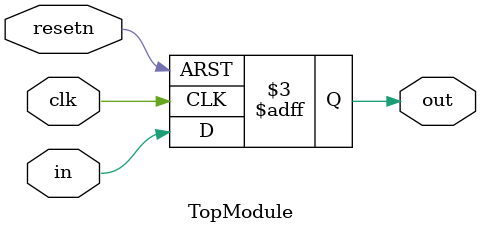
<source format=sv>

module TopModule (
  input clk,
  input resetn,
  input in,
  output out
);
always @(posedge clk or negedge resetn) begin
  if (!resetn) begin
    out <= 4'b0001; // Reset value
  end else begin
    out <= {out[1:3], in}; // Shift remaining bits to the left and insert new input
  end
end

assign out = out[3:0]; // Reorder output bits for convenience

endmodule

</source>
